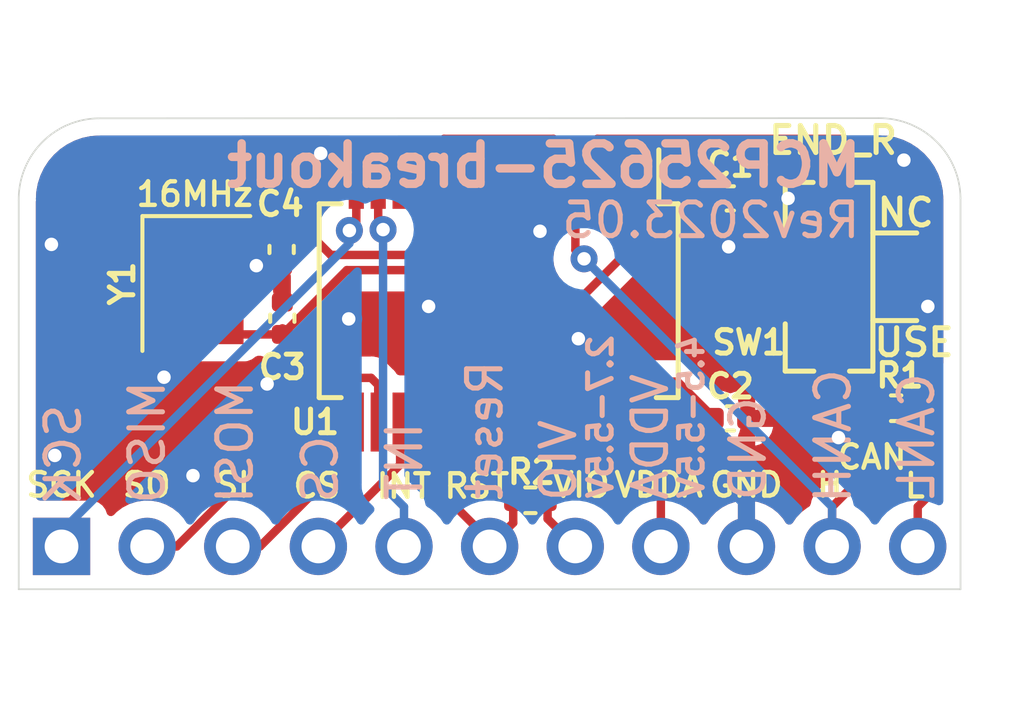
<source format=kicad_pcb>
(kicad_pcb (version 20211014) (generator pcbnew)
  (layers (0 "F.Cu" signal) (31 "B.Cu" signal) (34 "B.Paste" user) (35 "F.Paste" user) (36 "B.SilkS" user "B.Silkscreen") (37 "F.SilkS" user "F.Silkscreen") (38 "B.Mask" user) (39 "F.Mask" user) (44 "Edge.Cuts" user))
  (net 0 "")
  (net 1 "GND")
  (net 2 "/V_IO")
  (net 3 "/V_DDA")
  (net 4 "/CANL")
  (net 5 "/CANH")
  (net 6 "/INT")
  (net 7 "/CS")
  (net 8 "/SI")
  (net 9 "/SO")
  (net 10 "/SCK")
  (net 11 "Net-(U1-Pad21)")
  (net 13 "Net-(U1-Pad20)")
  (net 21 "Net-(R1-Pad2)")
  (net 23 "/RESET")
  (net 24 "Net-(C3-Pad1)")
  (net 25 "Net-(C4-Pad1)")
  (footprint "Capacitor_SMD:C_0402_1005Metric" (layer "F.Cu") (at 157.84 73.675)
    (fp_text reference "C1" (at 0 -1) (layer "F.SilkS") (effects (font (size 0.7 0.7))))
    (fp_text value "0.1u")
    (fp_line (start -0.107836 -0.36) (end 0.107836 -0.36) (layer "F.SilkS") (width 0.12))
    (fp_line (start -0.107836 0.36) (end 0.107836 0.36) (layer "F.SilkS") (width 0.12))
    (pad "1" smd roundrect locked (at -0.48 0) (size 0.56 0.62) (layers "F.Cu" "F.Paste" "F.Mask") (net 2 "/V_IO"))
    (pad "2" smd roundrect locked (at 0.48 0) (size 0.56 0.62) (layers "F.Cu" "F.Paste" "F.Mask") (net 1 "GND"))
  )
  (footprint "Capacitor_SMD:C_0402_1005Metric" (layer "F.Cu") (at 157.845 80.2)
    (fp_text reference "C2" (at -0.005 -0.95) (layer "F.SilkS") (effects (font (size 0.7 0.7))))
    (fp_text value "0.1u")
    (fp_line (start -0.107836 -0.36) (end 0.107836 -0.36) (layer "F.SilkS") (width 0.12))
    (fp_line (start -0.107836 0.36) (end 0.107836 0.36) (layer "F.SilkS") (width 0.12))
    (pad "1" smd roundrect locked (at -0.48 0) (size 0.56 0.62) (layers "F.Cu" "F.Paste" "F.Mask") (net 3 "/V_DDA"))
    (pad "2" smd roundrect locked (at 0.48 0) (size 0.56 0.62) (layers "F.Cu" "F.Paste" "F.Mask") (net 1 "GND"))
  )
  (footprint "asukiaaa-kicad-footprints:PinHeader_1x11_P2.54mm_Vertical_witout_silk" (layer "F.Cu") (at 138 84 90)
    (fp_text reference "J1" hide)
    (fp_text value "Conn_01x11")
    (pad "1" thru_hole rect locked (at 0 0 90) (size 1.7 1.7) (drill 1) (layers *.Cu *.Mask) (net 10 "/SCK"))
    (pad "2" thru_hole oval locked (at 0 2.54 90) (size 1.7 1.7) (drill 1) (layers *.Cu *.Mask) (net 9 "/SO"))
    (pad "3" thru_hole oval locked (at 0 5.08 90) (size 1.7 1.7) (drill 1) (layers *.Cu *.Mask) (net 8 "/SI"))
    (pad "4" thru_hole oval locked (at 0 7.62 90) (size 1.7 1.7) (drill 1) (layers *.Cu *.Mask) (net 7 "/CS"))
    (pad "5" thru_hole oval locked (at 0 10.16 90) (size 1.7 1.7) (drill 1) (layers *.Cu *.Mask) (net 6 "/INT"))
    (pad "6" thru_hole oval locked (at 0 12.7 90) (size 1.7 1.7) (drill 1) (layers *.Cu *.Mask) (net 23 "/RESET"))
    (pad "7" thru_hole oval locked (at 0 15.24 90) (size 1.7 1.7) (drill 1) (layers *.Cu *.Mask) (net 2 "/V_IO"))
    (pad "8" thru_hole oval locked (at 0 17.78 90) (size 1.7 1.7) (drill 1) (layers *.Cu *.Mask) (net 3 "/V_DDA"))
    (pad "9" thru_hole oval locked (at 0 20.32 90) (size 1.7 1.7) (drill 1) (layers *.Cu *.Mask) (net 1 "GND"))
    (pad "10" thru_hole oval locked (at 0 22.86 90) (size 1.7 1.7) (drill 1) (layers *.Cu *.Mask) (net 5 "/CANH"))
    (pad "11" thru_hole oval locked (at 0 25.4 90) (size 1.7 1.7) (drill 1) (layers *.Cu *.Mask) (net 4 "/CANL"))
  )
  (footprint "Resistor_SMD:R_0402_1005Metric" (layer "F.Cu") (at 162.76 79.9)
    (fp_text reference "R1" (at 0.11 -0.97) (layer "F.SilkS") (effects (font (size 0.7 0.7))))
    (fp_text value "120")
    (fp_line (start -0.153641 -0.38) (end 0.153641 -0.38) (layer "F.SilkS") (width 0.12))
    (fp_line (start -0.153641 0.38) (end 0.153641 0.38) (layer "F.SilkS") (width 0.12))
    (pad "1" smd roundrect locked (at -0.51 0) (size 0.54 0.64) (layers "F.Cu" "F.Paste" "F.Mask") (net 5 "/CANH"))
    (pad "2" smd roundrect locked (at 0.51 0) (size 0.54 0.64) (layers "F.Cu" "F.Paste" "F.Mask") (net 21 "Net-(R1-Pad2)"))
  )
  (footprint "Package_SO:SSOP-28_5.3x10.2mm_P0.65mm" (layer "F.Cu") (at 150.97 76.71 -90)
    (fp_text reference "U1" (at 3.6 5.45 180) (layer "F.SilkS") (effects (font (size 0.7 0.7))))
    (fp_text value "MCP25625-x-SS")
    (fp_line (start -2.875 5.325) (end 2.875 5.325) (layer "F.SilkS") (width 0.15))
    (fp_line (start -2.875 -4.75) (end -4.475 -4.75) (layer "F.SilkS") (width 0.15))
    (fp_line (start -2.875 -5.325) (end -2.875 -4.75) (layer "F.SilkS") (width 0.15))
    (fp_line (start -2.875 -5.325) (end 2.875 -5.325) (layer "F.SilkS") (width 0.15))
    (fp_line (start -2.875 5.325) (end -2.875 4.675) (layer "F.SilkS") (width 0.15))
    (fp_line (start 2.875 -5.325) (end 2.875 -4.675) (layer "F.SilkS") (width 0.15))
    (fp_line (start 2.875 5.325) (end 2.875 4.675) (layer "F.SilkS") (width 0.15))
    (pad "1" smd rect locked (at -3.6 -4.225 270) (size 1.75 0.45) (layers "F.Cu" "F.Paste" "F.Mask") (net 2 "/V_IO"))
    (pad "2" smd rect locked (at -3.6 -3.575 270) (size 1.75 0.45) (layers "F.Cu" "F.Paste" "F.Mask"))
    (pad "3" smd rect locked (at -3.6 -2.925 270) (size 1.75 0.45) (layers "F.Cu" "F.Paste" "F.Mask") (net 4 "/CANL"))
    (pad "4" smd rect locked (at -3.6 -2.275 270) (size 1.75 0.45) (layers "F.Cu" "F.Paste" "F.Mask") (net 5 "/CANH"))
    (pad "5" smd rect locked (at -3.6 -1.625 270) (size 1.75 0.45) (layers "F.Cu" "F.Paste" "F.Mask") (net 1 "GND"))
    (pad "6" smd rect locked (at -3.6 -0.975 270) (size 1.75 0.45) (layers "F.Cu" "F.Paste" "F.Mask"))
    (pad "7" smd rect locked (at -3.6 -0.325 270) (size 1.75 0.45) (layers "F.Cu" "F.Paste" "F.Mask"))
    (pad "8" smd rect locked (at -3.6 0.325 270) (size 1.75 0.45) (layers "F.Cu" "F.Paste" "F.Mask") (net 24 "Net-(C3-Pad1)"))
    (pad "9" smd rect locked (at -3.6 0.975 270) (size 1.75 0.45) (layers "F.Cu" "F.Paste" "F.Mask") (net 25 "Net-(C4-Pad1)"))
    (pad "10" smd rect locked (at -3.6 1.625 270) (size 1.75 0.45) (layers "F.Cu" "F.Paste" "F.Mask") (net 1 "GND"))
    (pad "11" smd rect locked (at -3.6 2.275 270) (size 1.75 0.45) (layers "F.Cu" "F.Paste" "F.Mask"))
    (pad "12" smd rect locked (at -3.6 2.925 270) (size 1.75 0.45) (layers "F.Cu" "F.Paste" "F.Mask"))
    (pad "13" smd rect locked (at -3.6 3.575 270) (size 1.75 0.45) (layers "F.Cu" "F.Paste" "F.Mask") (net 6 "/INT"))
    (pad "14" smd rect locked (at -3.6 4.225 270) (size 1.75 0.45) (layers "F.Cu" "F.Paste" "F.Mask") (net 10 "/SCK"))
    (pad "15" smd rect locked (at 3.6 4.225 270) (size 1.75 0.45) (layers "F.Cu" "F.Paste" "F.Mask") (net 8 "/SI"))
    (pad "16" smd rect locked (at 3.6 3.575 270) (size 1.75 0.45) (layers "F.Cu" "F.Paste" "F.Mask") (net 9 "/SO"))
    (pad "17" smd rect locked (at 3.6 2.925 270) (size 1.75 0.45) (layers "F.Cu" "F.Paste" "F.Mask") (net 7 "/CS"))
    (pad "18" smd rect locked (at 3.6 2.275 270) (size 1.75 0.45) (layers "F.Cu" "F.Paste" "F.Mask") (net 23 "/RESET"))
    (pad "19" smd rect locked (at 3.6 1.625 270) (size 1.75 0.45) (layers "F.Cu" "F.Paste" "F.Mask") (net 2 "/V_IO"))
    (pad "20" smd rect locked (at 3.6 0.975 270) (size 1.75 0.45) (layers "F.Cu" "F.Paste" "F.Mask") (net 13 "Net-(U1-Pad20)"))
    (pad "21" smd rect locked (at 3.6 0.325 270) (size 1.75 0.45) (layers "F.Cu" "F.Paste" "F.Mask") (net 11 "Net-(U1-Pad21)"))
    (pad "22" smd rect locked (at 3.6 -0.325 270) (size 1.75 0.45) (layers "F.Cu" "F.Paste" "F.Mask"))
    (pad "23" smd rect locked (at 3.6 -0.975 270) (size 1.75 0.45) (layers "F.Cu" "F.Paste" "F.Mask"))
    (pad "24" smd rect locked (at 3.6 -1.625 270) (size 1.75 0.45) (layers "F.Cu" "F.Paste" "F.Mask") (net 13 "Net-(U1-Pad20)"))
    (pad "25" smd rect locked (at 3.6 -2.275 270) (size 1.75 0.45) (layers "F.Cu" "F.Paste" "F.Mask"))
    (pad "26" smd rect locked (at 3.6 -2.925 270) (size 1.75 0.45) (layers "F.Cu" "F.Paste" "F.Mask") (net 1 "GND"))
    (pad "27" smd rect locked (at 3.6 -3.575 270) (size 1.75 0.45) (layers "F.Cu" "F.Paste" "F.Mask") (net 3 "/V_DDA"))
    (pad "28" smd rect locked (at 3.6 -4.225 270) (size 1.75 0.45) (layers "F.Cu" "F.Paste" "F.Mask") (net 11 "Net-(U1-Pad21)"))
  )
  (footprint "asukiaaa-kicad-footprints:slide_switch_smd" (layer "F.Cu") (at 160.84 76 90)
    (fp_text reference "SW1" (at -1.95 -2.45 180) (layer "F.SilkS") (effects (font (size 0.7 0.7))))
    (fp_text value "SW_Slide_with_cover")
    (fp_line (start -2.8 1.23) (end -2.8 0.53848) (layer "F.SilkS") (width 0.15))
    (fp_line (start -2.8 -1.37) (end -2.8 -0.52324) (layer "F.SilkS") (width 0.15))
    (fp_line (start 2.8 -0.54356) (end 2.8 -1.37) (layer "F.SilkS") (width 0.15))
    (fp_line (start 1.3 1.23) (end 1.3 2.53) (layer "F.SilkS") (width 0.15))
    (fp_line (start -2.8 -1.37) (end -1.397 -1.37) (layer "F.SilkS") (width 0.15))
    (fp_line (start 2.8 -1.37) (end 1.40208 -1.37) (layer "F.SilkS") (width 0.15))
    (fp_line (start 2.8 1.23) (end 2.8 0.53848) (layer "F.SilkS") (width 0.15))
    (fp_line (start -2.8 1.23) (end 2.8 1.23) (layer "F.SilkS") (width 0.15))
    (fp_line (start -1.3 1.23) (end -1.3 2.53) (layer "F.SilkS") (width 0.15))
    (pad "1" smd roundrect locked (at -1 -1.6 90) (size 0.6 1) (layers "F.Cu" "F.Paste" "F.Mask") (net 21 "Net-(R1-Pad2)"))
    (pad "2" smd roundrect locked (at 0 -1.6 90) (size 0.6 1) (layers "F.Cu" "F.Paste" "F.Mask") (net 4 "/CANL"))
    (pad "3" smd roundrect locked (at 1 -1.6 90) (size 0.6 1) (layers "F.Cu" "F.Paste" "F.Mask"))
    (pad "4" smd roundrect locked (at 3.15 0 90) (size 1 0.9) (layers "F.Cu" "F.Paste" "F.Mask") (net 1 "GND"))
    (pad "4" smd roundrect locked (at -3.15 0 90) (size 1 0.9) (layers "F.Cu" "F.Paste" "F.Mask") (net 1 "GND"))
  )
  (footprint "Capacitor_SMD:C_0402_1005Metric" (layer "F.Cu") (at 144.53 75.19 -90)
    (fp_text reference "C4" (at -1.35 0.04 180) (layer "F.SilkS") (effects (font (size 0.7 0.7))))
    (fp_text value "22pf")
    (fp_line (start -0.107836 -0.36) (end 0.107836 -0.36) (layer "F.SilkS") (width 0.12))
    (fp_line (start -0.107836 0.36) (end 0.107836 0.36) (layer "F.SilkS") (width 0.12))
    (pad "1" smd roundrect locked (at -0.48 0 270) (size 0.56 0.62) (layers "F.Cu" "F.Paste" "F.Mask") (net 25 "Net-(C4-Pad1)"))
    (pad "2" smd roundrect locked (at 0.48 0 270) (size 0.56 0.62) (layers "F.Cu" "F.Paste" "F.Mask") (net 1 "GND"))
  )
  (footprint "Capacitor_SMD:C_0402_1005Metric" (layer "F.Cu") (at 144.55 77.23 90)
    (fp_text reference "C3" (at -1.45 0 180) (layer "F.SilkS") (effects (font (size 0.7 0.7))))
    (fp_text value "22pf")
    (fp_line (start -0.107836 0.36) (end 0.107836 0.36) (layer "F.SilkS") (width 0.12))
    (fp_line (start -0.107836 -0.36) (end 0.107836 -0.36) (layer "F.SilkS") (width 0.12))
    (pad "1" smd roundrect locked (at -0.48 0 90) (size 0.56 0.62) (layers "F.Cu" "F.Paste" "F.Mask") (net 24 "Net-(C3-Pad1)"))
    (pad "2" smd roundrect locked (at 0.48 0 90) (size 0.56 0.62) (layers "F.Cu" "F.Paste" "F.Mask") (net 1 "GND"))
  )
  (footprint "Crystal:Crystal_SMD_SeikoEpson_FA238-4Pin_3.2x2.5mm" (layer "F.Cu") (at 142 76.2 -90)
    (fp_text reference "Y1" (at 0 2.2 -90) (layer "F.SilkS") (effects (font (size 0.7 0.7))))
    (fp_text value "Crystal_GND24_16MHz")
    (fp_line (start -2 1.6) (end 2 1.6) (layer "F.SilkS") (width 0.12))
    (fp_line (start -2 -1.6) (end -2 1.6) (layer "F.SilkS") (width 0.12))
    (pad "1" smd rect (at -1.1 0.8 270) (size 1.4 1.2) (layers "F.Cu" "F.Paste" "F.Mask") (net 25 "Net-(C4-Pad1)"))
    (pad "2" smd rect (at 1.1 0.8 270) (size 1.4 1.2) (layers "F.Cu" "F.Paste" "F.Mask") (net 1 "GND"))
    (pad "3" smd rect (at 1.1 -0.8 270) (size 1.4 1.2) (layers "F.Cu" "F.Paste" "F.Mask") (net 24 "Net-(C3-Pad1)"))
    (pad "4" smd rect (at -1.1 -0.8 270) (size 1.4 1.2) (layers "F.Cu" "F.Paste" "F.Mask") (net 1 "GND"))
  )
  (footprint "Resistor_SMD:R_0402_1005Metric" (layer "F.Cu") (at 151.91 82.63 180)
    (fp_text reference "R2" (at -0.03 0.84) (layer "F.SilkS") (effects (font (size 0.7 0.7))))
    (fp_text value "10k")
    (fp_line (start -0.153641 -0.38) (end 0.153641 -0.38) (layer "F.SilkS") (width 0.12))
    (fp_line (start -0.153641 0.38) (end 0.153641 0.38) (layer "F.SilkS") (width 0.12))
    (pad "1" smd roundrect (at -0.51 0 180) (size 0.54 0.64) (layers "F.Cu" "F.Paste" "F.Mask") (net 2 "/V_IO"))
    (pad "2" smd roundrect (at 0.51 0 180) (size 0.54 0.64) (layers "F.Cu" "F.Paste" "F.Mask") (net 23 "/RESET"))
  )
  (gr_line (start 136.73 73.73) (end 136.73 85.27) (layer "Edge.Cuts") (width 0.05))
  (gr_arc (start 162.235 71.295) (mid 163.944379 71.978195) (end 164.67 73.67) (layer "Edge.Cuts") (width 0.05))
  (gr_line (start 162.235 71.295) (end 139.1 71.3) (layer "Edge.Cuts") (width 0.05))
  (gr_line (start 136.73 85.27) (end 164.67 85.27) (layer "Edge.Cuts") (width 0.05))
  (gr_line (start 164.67 85.27) (end 164.67 73.67) (layer "Edge.Cuts") (width 0.05))
  (gr_arc (start 136.73 73.73) (mid 137.411731 72.024157) (end 139.1 71.3) (layer "Edge.Cuts") (width 0.05))
  (gr_text "Rev2023.05" (at 157.265 74.325) (layer "B.SilkS") (effects (font (size 1 1)) (justify mirror)))
  (gr_text "SCK" (at 138.05 81.275 90) (layer "B.SilkS") (effects (font (size 1 1)) (justify mirror)))
  (gr_text "4.5-5.5V" (at 156.69 80.15 90) (layer "B.SilkS") (effects (font (size 0.7 0.7)) (justify mirror)))
  (gr_text "2.7-5.5V" (at 153.99 80.15 90) (layer "B.SilkS") (effects (font (size 0.7 0.7)) (justify mirror)))
  (gr_text "Reset" (at 150.56 80.54 90) (layer "B.SilkS") (effects (font (size 1 1)) (justify mirror)))
  (gr_text "INT" (at 148.175 81.475 90) (layer "B.SilkS") (effects (font (size 1 1)) (justify mirror)))
  (gr_text "MOSI" (at 143.15 80.9 90) (layer "B.SilkS") (effects (font (size 1 1)) (justify mirror)))
  (gr_text "VDDA" (at 155.465 80.75 90) (layer "B.SilkS") (effects (font (size 1 1)) (justify mirror)))
  (gr_text "GND" (at 158.365 81.1 90) (layer "B.SilkS") (effects (font (size 1 1)) (justify mirror)))
  (gr_text "VIO" (at 152.74 81.45 90) (layer "B.SilkS") (effects (font (size 1 1)) (justify mirror)))
  (gr_text "MCP25625-breakout" (at 152.315 72.7) (layer "B.SilkS") (effects (font (size 1.2 1.2) (thickness 0.25)) (justify mirror)))
  (gr_text "CANL" (at 163.365 80.725 90) (layer "B.SilkS") (effects (font (size 1 1)) (justify mirror)))
  (gr_text "CANH" (at 160.89 80.725 90) (layer "B.SilkS") (effects (font (size 1 1)) (justify mirror)))
  (gr_text "CS" (at 145.675 81.7 90) (layer "B.SilkS") (effects (font (size 1 1)) (justify mirror)))
  (gr_text "MISO" (at 140.54 80.91 90) (layer "B.SilkS") (effects (font (size 1 1)) (justify mirror)))
  (gr_text "CAN" (at 162.04 81.35) (layer "F.SilkS") (effects (font (size 0.7 0.7) (thickness 0.13))))
  (gr_text "NC" (at 163.04 74.1) (layer "F.SilkS") (effects (font (size 0.8 0.8))))
  (gr_text "USE" (at 163.29 77.95) (layer "F.SilkS") (effects (font (size 0.8 0.8))))
  (gr_text "RST" (at 150.32 82.21) (layer "F.SilkS") (effects (font (size 0.7 0.7) (thickness 0.13))))
  (gr_text "16MHz" (at 141.95 73.55) (layer "F.SilkS") (effects (font (size 0.7 0.7) (thickness 0.13))))
  (gr_text "CS" (at 145.575 82.2) (layer "F.SilkS") (effects (font (size 0.7 0.7) (thickness 0.13))))
  (gr_text "END_R" (at 160.89 71.95) (layer "F.SilkS") (effects (font (size 0.8 0.8))))
  (gr_text "SCK" (at 138 82.175) (layer "F.SilkS") (effects (font (size 0.7 0.7) (thickness 0.13))))
  (gr_text "GND" (at 158.315 82.175) (layer "F.SilkS") (effects (font (size 0.7 0.7) (thickness 0.13))))
  (gr_text "INT" (at 148.16 82.21) (layer "F.SilkS") (effects (font (size 0.7 0.7) (thickness 0.13))))
  (gr_text "L" (at 163.315 82.2) (layer "F.SilkS") (effects (font (size 0.7 0.7) (thickness 0.13))))
  (gr_text "H" (at 160.79 82.175) (layer "F.SilkS") (effects (font (size 0.7 0.7) (thickness 0.13))))
  (gr_text "SI" (at 143.075 82.175) (layer "F.SilkS") (effects (font (size 0.7 0.7) (thickness 0.13))))
  (gr_text "SO" (at 140.525 82.175) (layer "F.SilkS") (effects (font (size 0.7 0.7) (thickness 0.13))))
  (gr_text "VIO" (at 153.42 82.18) (layer "F.SilkS") (effects (font (size 0.7 0.7) (thickness 0.13))))
  (gr_text "VDDA" (at 155.715 82.175) (layer "F.SilkS") (effects (font (size 0.7 0.7) (thickness 0.13))))
  (segment (start 158.32 73.675) (end 160.015 73.675) (width 0.25) (layer "F.Cu") (net 1))
  (segment (start 158.325 80.2) (end 158.325 82.8197) (width 0.25) (layer "F.Cu") (net 1))
  (segment (start 158.325 82.8197) (end 158.32 82.8247) (width 0.25) (layer "F.Cu") (net 1))
  (segment (start 142.8 75.45) (end 142.8 75.1) (width 0.25) (layer "F.Cu") (net 1))
  (segment (start 152.595 74.3103) (end 152.5347 74.3103) (width 0.25) (layer "F.Cu") (net 1))
  (segment (start 160.015 73.675) (end 160.84 72.85) (width 0.25) (layer "F.Cu") (net 1))
  (segment (start 153.9082 79.1097) (end 153.895 79.1097) (width 0.25) (layer "F.Cu") (net 1))
  (segment (start 153.895 78.3997) (end 153.33265 77.83735) (width 0.25) (layer "F.Cu") (net 1))
  (segment (start 152.595 71.9097) (end 149.345 71.9097) (width 0.25) (layer "F.Cu") (net 1))
  (segment (start 141.2 77.05) (end 142.8 75.45) (width 0.25) (layer "F.Cu") (net 1))
  (segment (start 158.32 73.675) (end 158.32 77.2206) (width 0.25) (layer "F.Cu") (net 1))
  (segment (start 149.345 73.11) (end 149.345 71.9097) (width 0.25) (layer "F.Cu") (net 1))
  (segment (start 152.595 73.11) (end 152.595 71.9097) (width 0.25) (layer "F.Cu") (net 1))
  (segment (start 158.32 77.2206) (end 157.0261 78.5145) (width 0.25) (layer "F.Cu") (net 1))
  (segment (start 141.2 77.3) (end 141.2 77.05) (width 0.25) (layer "F.Cu") (net 1))
  (segment (start 144.53 76.73) (end 144.55 76.75) (width 0.25) (layer "F.Cu") (net 1))
  (segment (start 143.78 75.67) (end 143.37 75.67) (width 0.25) (layer "F.Cu") (net 1))
  (segment (start 152.595 73.11) (end 152.595 74.3103) (width 0.25) (layer "F.Cu") (net 1))
  (segment (start 144.53 75.67) (end 144.53 76.73) (width 0.25) (layer "F.Cu") (net 1))
  (segment (start 157.0261 78.5145) (end 156.8812 78.6594) (width 0.25) (layer "F.Cu") (net 1))
  (segment (start 144.53 75.67) (end 143.78 75.67) (width 0.25) (layer "F.Cu") (net 1))
  (segment (start 152.5347 74.3103) (end 152.1945 74.6505) (width 0.25) (layer "F.Cu") (net 1))
  (segment (start 153.9082 79.1096) (end 153.9082 79.1097) (width 0.25) (layer "F.Cu") (net 1))
  (segment (start 158.32 84) (end 158.32 82.8247) (width 0.25) (layer "F.Cu") (net 1))
  (segment (start 153.895 80.31) (end 153.895 79.1097) (width 0.25) (layer "F.Cu") (net 1))
  (segment (start 153.895 80.31) (end 153.895 78.3997) (width 0.25) (layer "F.Cu") (net 1))
  (segment (start 143.37 75.67) (end 142.8 75.1) (width 0.25) (layer "F.Cu") (net 1))
  (via (at 157.79 75.11) (size 0.8) (drill 0.4) (layers "F.Cu" "B.Cu") (net 1))
  (via (at 145.69 72.34) (size 0.8) (drill 0.4) (layers "F.Cu" "B.Cu") (net 1))
  (via (at 144.1 79.18) (size 0.8) (drill 0.4) (layers "F.Cu" "B.Cu") (net 1))
  (via (at 148.89 76.88) (size 0.8) (drill 0.4) (layers "F.Cu" "B.Cu") (net 1))
  (via (at 141.9 81.9) (size 0.8) (drill 0.4) (layers "F.Cu" "B.Cu") (net 1))
  (via (at 153.33265 77.83735) (size 0.8) (drill 0.4) (layers "F.Cu" "B.Cu") (net 1))
  (via (at 143.78 75.67) (size 0.8) (drill 0.4) (layers "F.Cu" "B.Cu") (net 1))
  (via (at 162.99 72.54) (size 0.8) (drill 0.4) (layers "F.Cu" "B.Cu") (net 1))
  (via (at 163.7 76.88) (size 0.8) (drill 0.4) (layers "F.Cu" "B.Cu") (net 1))
  (via (at 137.8 81.3) (size 0.8) (drill 0.4) (layers "F.Cu" "B.Cu") (net 1))
  (via (at 161.05 80.77) (size 0.8) (drill 0.4) (layers "F.Cu" "B.Cu") (net 1))
  (via (at 146.52 77.25) (size 0.8) (drill 0.4) (layers "F.Cu" "B.Cu") (net 1))
  (via (at 152.1945 74.6505) (size 0.8) (drill 0.4) (layers "F.Cu" "B.Cu") (net 1))
  (via (at 141.04 78.98) (size 0.8) (drill 0.4) (layers "F.Cu" "B.Cu") (net 1))
  (via (at 159.555 73.675) (size 0.8) (drill 0.4) (layers "F.Cu" "B.Cu") (net 1))
  (via (at 137.7 75.04) (size 0.8) (drill 0.4) (layers "F.Cu" "B.Cu") (net 1))
  (segment (start 153.33265 77.83735) (end 152.1945 76.6992) (width 0.25) (layer "B.Cu") (net 1))
  (segment (start 158.32 82.8247) (end 153.33265 77.83735) (width 0.25) (layer "B.Cu") (net 1))
  (segment (start 158.32 84) (end 158.32 82.8247) (width 0.25) (layer "B.Cu") (net 1))
  (segment (start 152.1945 76.6992) (end 152.1945 74.6505) (width 0.25) (layer "B.Cu") (net 1))
  (segment (start 149.345 79.0724) (end 149.7884 78.629) (width 0.25) (layer "F.Cu") (net 2))
  (segment (start 149.8047 81.97) (end 151.76 81.97) (width 0.25) (layer "F.Cu") (net 2))
  (segment (start 149.7884 78.629) (end 151.411 78.629) (width 0.25) (layer "F.Cu") (net 2))
  (segment (start 156.8371 74.1979) (end 155.195 74.1979) (width 0.25) (layer "F.Cu") (net 2))
  (segment (start 157.36 73.675) (end 156.8371 74.1979) (width 0.25) (layer "F.Cu") (net 2))
  (segment (start 155.195 74.845) (end 155.195 74.1979) (width 0.25) (layer "F.Cu") (net 2))
  (segment (start 152.42 83.18) (end 153.24 84) (width 0.25) (layer "F.Cu") (net 2))
  (segment (start 151.411 78.629) (end 155.195 74.845) (width 0.25) (layer "F.Cu") (net 2))
  (segment (start 149.345 80.31) (end 149.345 81.5103) (width 0.25) (layer "F.Cu") (net 2))
  (segment (start 155.195 73.11) (end 155.195 74.1979) (width 0.25) (layer "F.Cu") (net 2))
  (segment (start 149.345 80.31) (end 149.345 79.0724) (width 0.25) (layer "F.Cu") (net 2))
  (segment (start 151.76 81.97) (end 152.42 82.63) (width 0.25) (layer "F.Cu") (net 2))
  (segment (start 149.345 81.5103) (end 149.8047 81.97) (width 0.25) (layer "F.Cu") (net 2))
  (segment (start 152.42 82.63) (end 152.42 83.18) (width 0.25) (layer "F.Cu") (net 2))
  (segment (start 156.2747 79.1097) (end 157.365 80.2) (width 0.25) (layer "F.Cu") (net 3))
  (segment (start 157.365 80.2) (end 155.78 81.785) (width 0.25) (layer "F.Cu") (net 3))
  (segment (start 154.545 80.31) (end 154.545 79.1097) (width 0.25) (layer "F.Cu") (net 3))
  (segment (start 154.545 79.1097) (end 156.2747 79.1097) (width 0.25) (layer "F.Cu") (net 3))
  (segment (start 155.78 81.785) (end 155.78 84) (width 0.25) (layer "F.Cu") (net 3))
  (segment (start 161.1789 71.9097) (end 161.6514 72.3822) (width 0.25) (layer "F.Cu") (net 4))
  (segment (start 153.895 71.9097) (end 161.1789 71.9097) (width 0.25) (layer "F.Cu") (net 4))
  (segment (start 161.6514 72.3822) (end 161.6514 74.7653) (width 0.25) (layer "F.Cu") (net 4))
  (segment (start 163.4 84) (end 163.4 82.8247) (width 0.25) (layer "F.Cu") (net 4))
  (segment (start 153.895 73.11) (end 153.895 71.9097) (width 0.25) (layer "F.Cu") (net 4))
  (segment (start 163.8835 82.3412) (end 163.8835 79.4668) (width 0.25) (layer "F.Cu") (net 4))
  (segment (start 163.8835 79.4668) (end 160.4167 76) (width 0.25) (layer "F.Cu") (net 4))
  (segment (start 161.6514 74.7653) (end 160.4167 76) (width 0.25) (layer "F.Cu") (net 4))
  (segment (start 163.4 82.8247) (end 163.8835 82.3412) (width 0.25) (layer "F.Cu") (net 4))
  (segment (start 160.4167 76) (end 159.24 76) (width 0.25) (layer "F.Cu") (net 4))
  (segment (start 160.86 84) (end 160.86 82.8247) (width 0.25) (layer "F.Cu") (net 5))
  (segment (start 153.245 75.2097) (end 153.245 73.11) (width 0.25) (layer "F.Cu") (net 5))
  (segment (start 162.25 81.4347) (end 160.86 82.8247) (width 0.25) (layer "F.Cu") (net 5))
  (segment (start 162.25 79.9) (end 162.25 81.4347) (width 0.25) (layer "F.Cu") (net 5))
  (segment (start 153.50265 75.46735) (end 153.245 75.2097) (width 0.25) (layer "F.Cu") (net 5))
  (via (at 153.50265 75.46735) (size 0.8) (drill 0.4) (layers "F.Cu" "B.Cu") (net 5))
  (segment (start 160.86 82.8247) (end 160.86 84) (width 0.25) (layer "B.Cu") (net 5))
  (segment (start 153.50265 75.46735) (end 160.86 82.8247) (width 0.25) (layer "B.Cu") (net 5))
  (segment (start 147.395 74.4564) (end 147.539 74.6004) (width 0.25) (layer "F.Cu") (net 6))
  (segment (start 147.395 73.11) (end 147.395 74.4564) (width 0.25) (layer "F.Cu") (net 6))
  (via (at 147.539 74.6004) (size 0.8) (drill 0.4) (layers "F.Cu" "B.Cu") (net 6))
  (segment (start 147.539 74.6004) (end 147.539 82.2037) (width 0.25) (layer "B.Cu") (net 6))
  (segment (start 147.539 82.2037) (end 148.16 82.8247) (width 0.25) (layer "B.Cu") (net 6))
  (segment (start 148.16 84) (end 148.16 82.8247) (width 0.25) (layer "B.Cu") (net 6))
  (segment (start 148.045 80.31) (end 148.045 81.575) (width 0.25) (layer "F.Cu") (net 7))
  (segment (start 148.045 81.575) (end 145.62 84) (width 0.25) (layer "F.Cu") (net 7))
  (segment (start 143.888 84) (end 146.3777 81.5103) (width 0.25) (layer "F.Cu") (net 8))
  (segment (start 146.3777 81.5103) (end 146.745 81.5103) (width 0.25) (layer "F.Cu") (net 8))
  (segment (start 146.745 81.5103) (end 146.745 80.31) (width 0.25) (layer "F.Cu") (net 8))
  (segment (start 143.08 84) (end 143.888 84) (width 0.25) (layer "F.Cu") (net 8))
  (segment (start 141.4177 84) (end 146.4177 79) (width 0.25) (layer "F.Cu") (net 9))
  (segment (start 147.185 79) (end 147.395 79.21) (width 0.25) (layer "F.Cu") (net 9))
  (segment (start 146.4177 79) (end 147.185 79) (width 0.25) (layer "F.Cu") (net 9))
  (segment (start 147.395 79.21) (end 147.395 80.31) (width 0.25) (layer "F.Cu") (net 9))
  (segment (start 140.54 84) (end 141.4177 84) (width 0.25) (layer "F.Cu") (net 9))
  (segment (start 146.745 74.422879) (end 146.745 73.11) (width 0.25) (layer "F.Cu") (net 10))
  (segment (start 146.539879 74.628) (end 146.745 74.422879) (width 0.25) (layer "F.Cu") (net 10))
  (via (at 146.539879 74.628) (size 0.8) (drill 0.4) (layers "F.Cu" "B.Cu") (net 10))
  (segment (start 146.539879 75.010121) (end 138 83.55) (width 0.25) (layer "B.Cu") (net 10))
  (segment (start 138 83.55) (end 138 84) (width 0.25) (layer "B.Cu") (net 10))
  (segment (start 146.539879 74.628) (end 146.539879 75.010121) (width 0.25) (layer "B.Cu") (net 10))
  (segment (start 150.645 80.31) (end 150.645 81.5103) (width 0.25) (layer "F.Cu") (net 11))
  (segment (start 155.195 80.31) (end 155.195 81.5103) (width 0.25) (layer "F.Cu") (net 11))
  (segment (start 150.645 81.5103) (end 155.195 81.5103) (width 0.25) (layer "F.Cu") (net 11))
  (segment (start 149.995 79.1097) (end 152.595 79.1097) (width 0.25) (layer "F.Cu") (net 13))
  (segment (start 152.595 80.31) (end 152.595 79.1097) (width 0.25) (layer "F.Cu") (net 13))
  (segment (start 149.995 80.31) (end 149.995 79.1097) (width 0.25) (layer "F.Cu") (net 13))
  (segment (start 160.37 77) (end 159.24 77) (width 0.25) (layer "F.Cu") (net 21))
  (segment (start 163.27 79.9) (end 160.37 77) (width 0.25) (layer "F.Cu") (net 21))
  (segment (start 150.7 84) (end 150.7 83.83) (width 0.25) (layer "F.Cu") (net 23))
  (segment (start 148.695 81.825) (end 148.695 80.31) (width 0.25) (layer "F.Cu") (net 23))
  (segment (start 150.7 83.83) (end 148.695 81.825) (width 0.25) (layer "F.Cu") (net 23))
  (segment (start 151.4 83.3) (end 150.7 84) (width 0.25) (layer "F.Cu") (net 23))
  (segment (start 151.4 82.63) (end 151.4 83.3) (width 0.25) (layer "F.Cu") (net 23))
  (segment (start 150.645 74.29671) (end 150.645 73.11) (width 0.25) (layer "F.Cu") (net 24))
  (segment (start 144.55 77.71) (end 143.21 77.71) (width 0.25) (layer "F.Cu") (net 24))
  (segment (start 149.1392 75.80251) (end 150.645 74.29671) (width 0.25) (layer "F.Cu") (net 24))
  (segment (start 149.13919 75.8025) (end 149.1392 75.80251) (width 0.25) (layer "F.Cu") (net 24))
  (segment (start 146.465109 75.8025) (end 149.13919 75.8025) (width 0.25) (layer "F.Cu") (net 24))
  (segment (start 143.21 77.71) (end 142.8 77.3) (width 0.25) (layer "F.Cu") (net 24))
  (segment (start 144.557609 77.53) (end 144.55 77.53) (width 0.25) (layer "F.Cu") (net 24))
  (segment (start 144.557609 77.71) (end 146.465109 75.8025) (width 0.25) (layer "F.Cu") (net 24))
  (segment (start 144.55 77.71) (end 144.557609 77.71) (width 0.25) (layer "F.Cu") (net 24))
  (segment (start 145.9867 75.3525) (end 145.3442 74.71) (width 0.25) (layer "F.Cu") (net 25))
  (segment (start 141.275 74.075) (end 143.895 74.075) (width 0.25) (layer "F.Cu") (net 25))
  (segment (start 141.2 74.15) (end 141.275 74.075) (width 0.25) (layer "F.Cu") (net 25))
  (segment (start 149.995 74.3103) (end 148.9528 75.3525) (width 0.25) (layer "F.Cu") (net 25))
  (segment (start 149.995 73.11) (end 149.995 74.3103) (width 0.25) (layer "F.Cu") (net 25))
  (segment (start 148.9528 75.3525) (end 145.9867 75.3525) (width 0.25) (layer "F.Cu") (net 25))
  (segment (start 141.2 75.1) (end 141.2 74.15) (width 0.25) (layer "F.Cu") (net 25))
  (segment (start 145.3442 74.71) (end 144.53 74.71) (width 0.25) (layer "F.Cu") (net 25))
  (segment (start 143.895 74.075) (end 144.53 74.71) (width 0.25) (layer "F.Cu") (net 25))
  (zone (net 1) (net_name "GND") (layer "F.Cu") (connect_pads (clearance 0.508)) (min_thickness 0.254) (fill yes (thermal_gap 0.508) (thermal_bridge_width 0.508))
    (polygon (pts (xy 165.04 85.7) (xy 136.66 85.6925) (xy 136.86 71.0675) (xy 165.265 71.075)))
  )
  (zone (net 1) (net_name "GND") (layer "B.Cu") (connect_pads (clearance 0.508)) (min_thickness 0.254) (fill yes (thermal_gap 0.508) (thermal_bridge_width 0.508))
    (polygon (pts (xy 165.04 85.7) (xy 136.62 85.6925) (xy 136.82 71.0675) (xy 165.265 71.075)))
  )
)
</source>
